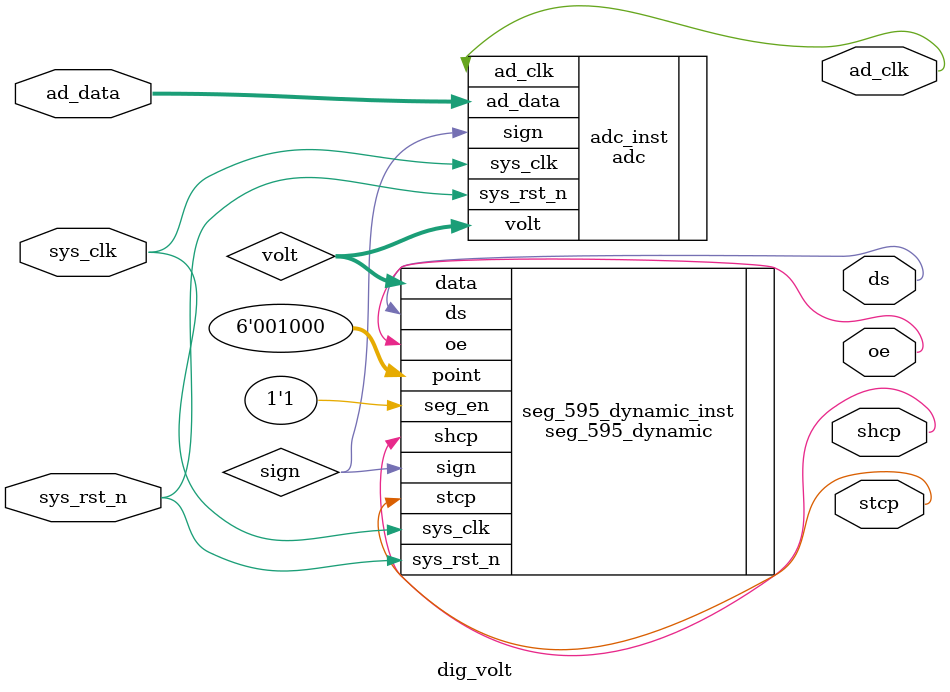
<source format=v>
module  dig_volt
(
    input   wire            sys_clk     ,
    input   wire            sys_rst_n   ,
    input   wire    [7:0]   ad_data     ,

    output  wire            ad_clk      ,
    output  wire            ds          ,
    output  wire            oe          ,
    output  wire            shcp        ,
    output  wire            stcp
);

wire    [15:0]  volt    ;
wire            sign    ;


adc adc_inst
(
    .sys_clk     (sys_clk),
    .sys_rst_n   (sys_rst_n),
    .ad_data     (ad_data),

    .ad_clk      (ad_clk),
    .volt        (volt),
    .sign        (sign)
);

seg_595_dynamic seg_595_dynamic_inst
(
    .sys_clk     (sys_clk),
    .sys_rst_n   (sys_rst_n),
    .data        (volt),
    .point       (6'b001_000),
    .sign        (sign),
    .seg_en      (1'b1),

    .ds          (ds  ),
    .oe          (oe  ),
    .shcp        (shcp),
    .stcp        (stcp)
);

endmodule

</source>
